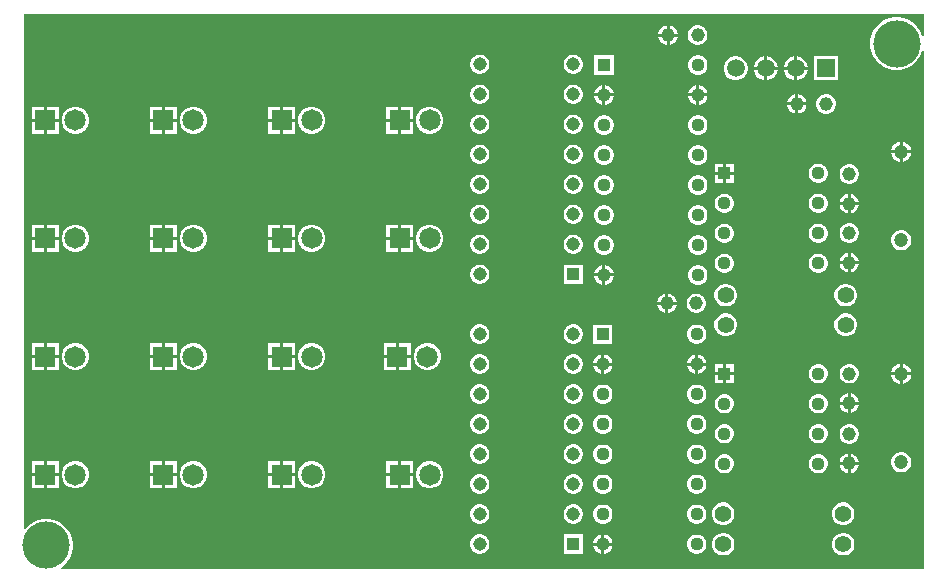
<source format=gbl>
G04*
G04 #@! TF.GenerationSoftware,Altium Limited,Altium Designer,22.8.2 (66)*
G04*
G04 Layer_Physical_Order=2*
G04 Layer_Color=16711680*
%FSLAX25Y25*%
%MOIN*%
G70*
G04*
G04 #@! TF.SameCoordinates,5B850A69-A84A-478A-A9FA-D5DC90572E9C*
G04*
G04*
G04 #@! TF.FilePolarity,Positive*
G04*
G01*
G75*
%ADD27C,0.15748*%
%ADD28C,0.05937*%
%ADD29R,0.05937X0.05937*%
%ADD30C,0.04449*%
%ADD31R,0.04449X0.04449*%
%ADD32C,0.05512*%
%ADD33C,0.04528*%
%ADD34C,0.04724*%
%ADD35R,0.04488X0.04488*%
%ADD36C,0.04488*%
%ADD37R,0.07146X0.07146*%
%ADD38C,0.07146*%
G36*
X505118Y370637D02*
X504618Y370587D01*
X504596Y370699D01*
X503927Y372314D01*
X502956Y373767D01*
X501720Y375003D01*
X500266Y375974D01*
X498651Y376643D01*
X496937Y376984D01*
X495189D01*
X493474Y376643D01*
X491860Y375974D01*
X490406Y375003D01*
X489170Y373767D01*
X488199Y372314D01*
X487530Y370699D01*
X487189Y368984D01*
Y367236D01*
X487530Y365522D01*
X488199Y363907D01*
X489170Y362453D01*
X490406Y361217D01*
X491860Y360246D01*
X493474Y359577D01*
X495189Y359236D01*
X496937D01*
X498651Y359577D01*
X500266Y360246D01*
X501720Y361217D01*
X502956Y362453D01*
X503927Y363907D01*
X504596Y365522D01*
X504618Y365633D01*
X505118Y365584D01*
Y192913D01*
X217687D01*
X217535Y193413D01*
X218255Y193895D01*
X219491Y195131D01*
X220462Y196584D01*
X221131Y198199D01*
X221472Y199913D01*
Y201661D01*
X221131Y203376D01*
X220462Y204991D01*
X219491Y206444D01*
X218255Y207680D01*
X216802Y208651D01*
X215187Y209320D01*
X213472Y209661D01*
X211724D01*
X210010Y209320D01*
X208395Y208651D01*
X206942Y207680D01*
X205705Y206444D01*
X205597Y206281D01*
X205118Y206426D01*
Y377953D01*
X505118D01*
Y370637D01*
D02*
G37*
%LPC*%
G36*
X420382Y374111D02*
Y371366D01*
X423127D01*
X422923Y372126D01*
X422494Y372870D01*
X421886Y373478D01*
X421142Y373908D01*
X420382Y374111D01*
D02*
G37*
G36*
X419382D02*
X418622Y373908D01*
X417878Y373478D01*
X417270Y372870D01*
X416840Y372126D01*
X416637Y371366D01*
X419382D01*
Y374111D01*
D02*
G37*
G36*
X423127Y370366D02*
X420382D01*
Y367621D01*
X421142Y367825D01*
X421886Y368254D01*
X422494Y368862D01*
X422923Y369606D01*
X423127Y370366D01*
D02*
G37*
G36*
X419382D02*
X416637D01*
X416840Y369606D01*
X417270Y368862D01*
X417878Y368254D01*
X418622Y367825D01*
X419382Y367621D01*
Y370366D01*
D02*
G37*
G36*
X430154Y374130D02*
X429295D01*
X428465Y373908D01*
X427720Y373478D01*
X427113Y372870D01*
X426683Y372126D01*
X426461Y371296D01*
Y370437D01*
X426683Y369606D01*
X427113Y368862D01*
X427720Y368254D01*
X428465Y367825D01*
X429295Y367602D01*
X430154D01*
X430984Y367825D01*
X431728Y368254D01*
X432336Y368862D01*
X432766Y369606D01*
X432988Y370437D01*
Y371296D01*
X432766Y372126D01*
X432336Y372870D01*
X431728Y373478D01*
X430984Y373908D01*
X430154Y374130D01*
D02*
G37*
G36*
X462939Y363830D02*
X462917D01*
Y360362D01*
X466385D01*
Y360384D01*
X466115Y361393D01*
X465592Y362298D01*
X464853Y363037D01*
X463948Y363560D01*
X462939Y363830D01*
D02*
G37*
G36*
X452939D02*
X452917D01*
Y360362D01*
X456385D01*
Y360384D01*
X456115Y361393D01*
X455592Y362298D01*
X454853Y363037D01*
X453948Y363560D01*
X452939Y363830D01*
D02*
G37*
G36*
X461917D02*
X461894D01*
X460885Y363560D01*
X459980Y363037D01*
X459241Y362298D01*
X458718Y361393D01*
X458448Y360384D01*
Y360362D01*
X461917D01*
Y363830D01*
D02*
G37*
G36*
X451917D02*
X451894D01*
X450885Y363560D01*
X449980Y363037D01*
X449241Y362298D01*
X448719Y361393D01*
X448448Y360384D01*
Y360362D01*
X451917D01*
Y363830D01*
D02*
G37*
G36*
X388774Y364425D02*
X387919D01*
X387094Y364204D01*
X386355Y363777D01*
X385751Y363173D01*
X385324Y362433D01*
X385103Y361608D01*
Y360754D01*
X385324Y359929D01*
X385751Y359189D01*
X386355Y358585D01*
X387094Y358158D01*
X387919Y357937D01*
X388774D01*
X389599Y358158D01*
X390338Y358585D01*
X390943Y359189D01*
X391370Y359929D01*
X391591Y360754D01*
Y361608D01*
X391370Y362433D01*
X390943Y363173D01*
X390338Y363777D01*
X389599Y364204D01*
X388774Y364425D01*
D02*
G37*
G36*
X357514D02*
X356660D01*
X355834Y364204D01*
X355095Y363777D01*
X354491Y363173D01*
X354064Y362433D01*
X353842Y361608D01*
Y360754D01*
X354064Y359929D01*
X354491Y359189D01*
X355095Y358585D01*
X355834Y358158D01*
X356660Y357937D01*
X357514D01*
X358339Y358158D01*
X359079Y358585D01*
X359682Y359189D01*
X360110Y359929D01*
X360331Y360754D01*
Y361608D01*
X360110Y362433D01*
X359682Y363173D01*
X359079Y363777D01*
X358339Y364204D01*
X357514Y364425D01*
D02*
G37*
G36*
X430228Y364209D02*
X429379D01*
X428558Y363989D01*
X427823Y363565D01*
X427223Y362964D01*
X426798Y362229D01*
X426579Y361409D01*
Y360560D01*
X426798Y359740D01*
X427223Y359005D01*
X427823Y358404D01*
X428558Y357980D01*
X429379Y357760D01*
X430228D01*
X431048Y357980D01*
X431783Y358404D01*
X432383Y359005D01*
X432808Y359740D01*
X433027Y360560D01*
Y361409D01*
X432808Y362229D01*
X432383Y362964D01*
X431783Y363565D01*
X431048Y363989D01*
X430228Y364209D01*
D02*
G37*
G36*
X401767D02*
X395319D01*
Y357760D01*
X401767D01*
Y364209D01*
D02*
G37*
G36*
X476385Y363830D02*
X468448D01*
Y355893D01*
X476385D01*
Y363830D01*
D02*
G37*
G36*
X466385Y359362D02*
X462917D01*
Y355893D01*
X462939D01*
X463948Y356164D01*
X464853Y356686D01*
X465592Y357425D01*
X466115Y358330D01*
X466385Y359339D01*
Y359362D01*
D02*
G37*
G36*
X461917D02*
X458448D01*
Y359339D01*
X458718Y358330D01*
X459241Y357425D01*
X459980Y356686D01*
X460885Y356164D01*
X461894Y355893D01*
X461917D01*
Y359362D01*
D02*
G37*
G36*
X456385D02*
X452917D01*
Y355893D01*
X452939D01*
X453948Y356164D01*
X454853Y356686D01*
X455592Y357425D01*
X456115Y358330D01*
X456385Y359339D01*
Y359362D01*
D02*
G37*
G36*
X451917D02*
X448448D01*
Y359339D01*
X448719Y358330D01*
X449241Y357425D01*
X449980Y356686D01*
X450885Y356164D01*
X451894Y355893D01*
X451917D01*
Y359362D01*
D02*
G37*
G36*
X442939Y363830D02*
X441894D01*
X440885Y363560D01*
X439980Y363037D01*
X439241Y362298D01*
X438719Y361393D01*
X438448Y360384D01*
Y359339D01*
X438719Y358330D01*
X439241Y357425D01*
X439980Y356686D01*
X440885Y356164D01*
X441894Y355893D01*
X442939D01*
X443948Y356164D01*
X444853Y356686D01*
X445592Y357425D01*
X446115Y358330D01*
X446385Y359339D01*
Y360384D01*
X446115Y361393D01*
X445592Y362298D01*
X444853Y363037D01*
X443948Y363560D01*
X442939Y363830D01*
D02*
G37*
G36*
X430303Y354189D02*
Y351484D01*
X433007D01*
X432808Y352229D01*
X432383Y352964D01*
X431783Y353565D01*
X431048Y353989D01*
X430303Y354189D01*
D02*
G37*
G36*
X429303D02*
X428558Y353989D01*
X427823Y353565D01*
X427223Y352964D01*
X426798Y352229D01*
X426599Y351484D01*
X429303D01*
Y354189D01*
D02*
G37*
G36*
X399043D02*
Y351484D01*
X401747D01*
X401548Y352229D01*
X401123Y352964D01*
X400523Y353565D01*
X399788Y353989D01*
X399043Y354189D01*
D02*
G37*
G36*
X398043D02*
X397298Y353989D01*
X396563Y353565D01*
X395963Y352964D01*
X395538Y352229D01*
X395339Y351484D01*
X398043D01*
Y354189D01*
D02*
G37*
G36*
X463295Y351277D02*
Y348532D01*
X466040D01*
X465836Y349292D01*
X465407Y350036D01*
X464799Y350643D01*
X464055Y351073D01*
X463295Y351277D01*
D02*
G37*
G36*
X462295D02*
X461535Y351073D01*
X460791Y350643D01*
X460183Y350036D01*
X459754Y349292D01*
X459550Y348532D01*
X462295D01*
Y351277D01*
D02*
G37*
G36*
X388774Y354425D02*
X387919D01*
X387094Y354204D01*
X386355Y353777D01*
X385751Y353173D01*
X385324Y352433D01*
X385103Y351608D01*
Y350754D01*
X385324Y349929D01*
X385751Y349189D01*
X386355Y348585D01*
X387094Y348158D01*
X387919Y347937D01*
X388774D01*
X389599Y348158D01*
X390338Y348585D01*
X390943Y349189D01*
X391370Y349929D01*
X391591Y350754D01*
Y351608D01*
X391370Y352433D01*
X390943Y353173D01*
X390338Y353777D01*
X389599Y354204D01*
X388774Y354425D01*
D02*
G37*
G36*
X357514D02*
X356660D01*
X355834Y354204D01*
X355095Y353777D01*
X354491Y353173D01*
X354064Y352433D01*
X353842Y351608D01*
Y350754D01*
X354064Y349929D01*
X354491Y349189D01*
X355095Y348585D01*
X355834Y348158D01*
X356660Y347937D01*
X357514D01*
X358339Y348158D01*
X359079Y348585D01*
X359682Y349189D01*
X360110Y349929D01*
X360331Y350754D01*
Y351608D01*
X360110Y352433D01*
X359682Y353173D01*
X359079Y353777D01*
X358339Y354204D01*
X357514Y354425D01*
D02*
G37*
G36*
X433007Y350484D02*
X430303D01*
Y347780D01*
X431048Y347980D01*
X431783Y348404D01*
X432383Y349005D01*
X432808Y349740D01*
X433007Y350484D01*
D02*
G37*
G36*
X429303D02*
X426599D01*
X426798Y349740D01*
X427223Y349005D01*
X427823Y348404D01*
X428558Y347980D01*
X429303Y347780D01*
Y350484D01*
D02*
G37*
G36*
X401747D02*
X399043D01*
Y347780D01*
X399788Y347980D01*
X400523Y348404D01*
X401123Y349005D01*
X401548Y349740D01*
X401747Y350484D01*
D02*
G37*
G36*
X398043D02*
X395339D01*
X395538Y349740D01*
X395963Y349005D01*
X396563Y348404D01*
X397298Y347980D01*
X398043Y347780D01*
Y350484D01*
D02*
G37*
G36*
X466040Y347532D02*
X463295D01*
Y344787D01*
X464055Y344990D01*
X464799Y345420D01*
X465407Y346028D01*
X465836Y346772D01*
X466040Y347532D01*
D02*
G37*
G36*
X462295D02*
X459550D01*
X459754Y346772D01*
X460183Y346028D01*
X460791Y345420D01*
X461535Y344990D01*
X462295Y344787D01*
Y347532D01*
D02*
G37*
G36*
X473067Y351296D02*
X472208D01*
X471378Y351073D01*
X470634Y350643D01*
X470026Y350036D01*
X469596Y349292D01*
X469374Y348462D01*
Y347602D01*
X469596Y346772D01*
X470026Y346028D01*
X470634Y345420D01*
X471378Y344990D01*
X472208Y344768D01*
X473067D01*
X473897Y344990D01*
X474642Y345420D01*
X475249Y346028D01*
X475679Y346772D01*
X475901Y347602D01*
Y348462D01*
X475679Y349292D01*
X475249Y350036D01*
X474642Y350643D01*
X473897Y351073D01*
X473067Y351296D01*
D02*
G37*
G36*
X335006Y347092D02*
X330933D01*
Y343020D01*
X335006D01*
Y347092D01*
D02*
G37*
G36*
X329933D02*
X325860D01*
Y343020D01*
X329933D01*
Y347092D01*
D02*
G37*
G36*
X295636D02*
X291563D01*
Y343020D01*
X295636D01*
Y347092D01*
D02*
G37*
G36*
X290563D02*
X286490D01*
Y343020D01*
X290563D01*
Y347092D01*
D02*
G37*
G36*
X256266D02*
X252193D01*
Y343020D01*
X256266D01*
Y347092D01*
D02*
G37*
G36*
X251193D02*
X247120D01*
Y343020D01*
X251193D01*
Y347092D01*
D02*
G37*
G36*
X216896D02*
X212823D01*
Y343020D01*
X216896D01*
Y347092D01*
D02*
G37*
G36*
X211823D02*
X207750D01*
Y343020D01*
X211823D01*
Y347092D01*
D02*
G37*
G36*
X341035D02*
X339831D01*
X338668Y346781D01*
X337625Y346179D01*
X336774Y345327D01*
X336172Y344285D01*
X335860Y343122D01*
Y341918D01*
X336172Y340755D01*
X336774Y339712D01*
X337625Y338860D01*
X338668Y338258D01*
X339831Y337947D01*
X341035D01*
X342198Y338258D01*
X343241Y338860D01*
X344092Y339712D01*
X344694Y340755D01*
X345006Y341918D01*
Y343122D01*
X344694Y344285D01*
X344092Y345327D01*
X343241Y346179D01*
X342198Y346781D01*
X341035Y347092D01*
D02*
G37*
G36*
X335006Y342020D02*
X330933D01*
Y337947D01*
X335006D01*
Y342020D01*
D02*
G37*
G36*
X329933D02*
X325860D01*
Y337947D01*
X329933D01*
Y342020D01*
D02*
G37*
G36*
X301665Y347092D02*
X300461D01*
X299298Y346781D01*
X298255Y346179D01*
X297404Y345327D01*
X296802Y344285D01*
X296490Y343122D01*
Y341918D01*
X296802Y340755D01*
X297404Y339712D01*
X298255Y338860D01*
X299298Y338258D01*
X300461Y337947D01*
X301665D01*
X302828Y338258D01*
X303871Y338860D01*
X304722Y339712D01*
X305324Y340755D01*
X305636Y341918D01*
Y343122D01*
X305324Y344285D01*
X304722Y345327D01*
X303871Y346179D01*
X302828Y346781D01*
X301665Y347092D01*
D02*
G37*
G36*
X295636Y342020D02*
X291563D01*
Y337947D01*
X295636D01*
Y342020D01*
D02*
G37*
G36*
X290563D02*
X286490D01*
Y337947D01*
X290563D01*
Y342020D01*
D02*
G37*
G36*
X262295Y347092D02*
X261091D01*
X259928Y346781D01*
X258885Y346179D01*
X258034Y345327D01*
X257432Y344285D01*
X257120Y343122D01*
Y341918D01*
X257432Y340755D01*
X258034Y339712D01*
X258885Y338860D01*
X259928Y338258D01*
X261091Y337947D01*
X262295D01*
X263458Y338258D01*
X264501Y338860D01*
X265352Y339712D01*
X265954Y340755D01*
X266266Y341918D01*
Y343122D01*
X265954Y344285D01*
X265352Y345327D01*
X264501Y346179D01*
X263458Y346781D01*
X262295Y347092D01*
D02*
G37*
G36*
X256266Y342020D02*
X252193D01*
Y337947D01*
X256266D01*
Y342020D01*
D02*
G37*
G36*
X251193D02*
X247120D01*
Y337947D01*
X251193D01*
Y342020D01*
D02*
G37*
G36*
X222925Y347092D02*
X221721D01*
X220558Y346781D01*
X219515Y346179D01*
X218664Y345327D01*
X218062Y344285D01*
X217750Y343122D01*
Y341918D01*
X218062Y340755D01*
X218664Y339712D01*
X219515Y338860D01*
X220558Y338258D01*
X221721Y337947D01*
X222925D01*
X224088Y338258D01*
X225131Y338860D01*
X225982Y339712D01*
X226584Y340755D01*
X226896Y341918D01*
Y343122D01*
X226584Y344285D01*
X225982Y345327D01*
X225131Y346179D01*
X224088Y346781D01*
X222925Y347092D01*
D02*
G37*
G36*
X216896Y342020D02*
X212823D01*
Y337947D01*
X216896D01*
Y342020D01*
D02*
G37*
G36*
X211823D02*
X207750D01*
Y337947D01*
X211823D01*
Y342020D01*
D02*
G37*
G36*
X388774Y344425D02*
X387919D01*
X387094Y344204D01*
X386355Y343777D01*
X385751Y343173D01*
X385324Y342433D01*
X385103Y341608D01*
Y340754D01*
X385324Y339929D01*
X385751Y339189D01*
X386355Y338585D01*
X387094Y338158D01*
X387919Y337937D01*
X388774D01*
X389599Y338158D01*
X390338Y338585D01*
X390943Y339189D01*
X391370Y339929D01*
X391591Y340754D01*
Y341608D01*
X391370Y342433D01*
X390943Y343173D01*
X390338Y343777D01*
X389599Y344204D01*
X388774Y344425D01*
D02*
G37*
G36*
X357514D02*
X356660D01*
X355834Y344204D01*
X355095Y343777D01*
X354491Y343173D01*
X354064Y342433D01*
X353842Y341608D01*
Y340754D01*
X354064Y339929D01*
X354491Y339189D01*
X355095Y338585D01*
X355834Y338158D01*
X356660Y337937D01*
X357514D01*
X358339Y338158D01*
X359079Y338585D01*
X359682Y339189D01*
X360110Y339929D01*
X360331Y340754D01*
Y341608D01*
X360110Y342433D01*
X359682Y343173D01*
X359079Y343777D01*
X358339Y344204D01*
X357514Y344425D01*
D02*
G37*
G36*
X430228Y344209D02*
X429379D01*
X428558Y343989D01*
X427823Y343565D01*
X427223Y342964D01*
X426798Y342229D01*
X426579Y341409D01*
Y340560D01*
X426798Y339740D01*
X427223Y339005D01*
X427823Y338404D01*
X428558Y337980D01*
X429379Y337760D01*
X430228D01*
X431048Y337980D01*
X431783Y338404D01*
X432383Y339005D01*
X432808Y339740D01*
X433027Y340560D01*
Y341409D01*
X432808Y342229D01*
X432383Y342964D01*
X431783Y343565D01*
X431048Y343989D01*
X430228Y344209D01*
D02*
G37*
G36*
X398968D02*
X398118D01*
X397298Y343989D01*
X396563Y343565D01*
X395963Y342964D01*
X395538Y342229D01*
X395319Y341409D01*
Y340560D01*
X395538Y339740D01*
X395963Y339005D01*
X396563Y338404D01*
X397298Y337980D01*
X398118Y337760D01*
X398968D01*
X399788Y337980D01*
X400523Y338404D01*
X401123Y339005D01*
X401548Y339740D01*
X401767Y340560D01*
Y341409D01*
X401548Y342229D01*
X401123Y342964D01*
X400523Y343565D01*
X399788Y343989D01*
X398968Y344209D01*
D02*
G37*
G36*
X498138Y335433D02*
Y332587D01*
X500984D01*
X500771Y333384D01*
X500328Y334151D01*
X499702Y334777D01*
X498935Y335220D01*
X498138Y335433D01*
D02*
G37*
G36*
X497138D02*
X496340Y335220D01*
X495573Y334777D01*
X494947Y334151D01*
X494504Y333384D01*
X494291Y332587D01*
X497138D01*
Y335433D01*
D02*
G37*
G36*
X500984Y331587D02*
X498138D01*
Y328740D01*
X498935Y328954D01*
X499702Y329396D01*
X500328Y330022D01*
X500771Y330789D01*
X500984Y331587D01*
D02*
G37*
G36*
X497138D02*
X494291D01*
X494504Y330789D01*
X494947Y330022D01*
X495573Y329396D01*
X496340Y328954D01*
X497138Y328740D01*
Y331587D01*
D02*
G37*
G36*
X388774Y334425D02*
X387919D01*
X387094Y334204D01*
X386355Y333777D01*
X385751Y333173D01*
X385324Y332433D01*
X385103Y331608D01*
Y330754D01*
X385324Y329929D01*
X385751Y329189D01*
X386355Y328585D01*
X387094Y328158D01*
X387919Y327937D01*
X388774D01*
X389599Y328158D01*
X390338Y328585D01*
X390943Y329189D01*
X391370Y329929D01*
X391591Y330754D01*
Y331608D01*
X391370Y332433D01*
X390943Y333173D01*
X390338Y333777D01*
X389599Y334204D01*
X388774Y334425D01*
D02*
G37*
G36*
X357514D02*
X356660D01*
X355834Y334204D01*
X355095Y333777D01*
X354491Y333173D01*
X354064Y332433D01*
X353842Y331608D01*
Y330754D01*
X354064Y329929D01*
X354491Y329189D01*
X355095Y328585D01*
X355834Y328158D01*
X356660Y327937D01*
X357514D01*
X358339Y328158D01*
X359079Y328585D01*
X359682Y329189D01*
X360110Y329929D01*
X360331Y330754D01*
Y331608D01*
X360110Y332433D01*
X359682Y333173D01*
X359079Y333777D01*
X358339Y334204D01*
X357514Y334425D01*
D02*
G37*
G36*
X430228Y334209D02*
X429379D01*
X428558Y333989D01*
X427823Y333565D01*
X427223Y332964D01*
X426798Y332229D01*
X426579Y331409D01*
Y330560D01*
X426798Y329740D01*
X427223Y329005D01*
X427823Y328404D01*
X428558Y327980D01*
X429379Y327760D01*
X430228D01*
X431048Y327980D01*
X431783Y328404D01*
X432383Y329005D01*
X432808Y329740D01*
X433027Y330560D01*
Y331409D01*
X432808Y332229D01*
X432383Y332964D01*
X431783Y333565D01*
X431048Y333989D01*
X430228Y334209D01*
D02*
G37*
G36*
X398968D02*
X398118D01*
X397298Y333989D01*
X396563Y333565D01*
X395963Y332964D01*
X395538Y332229D01*
X395319Y331409D01*
Y330560D01*
X395538Y329740D01*
X395963Y329005D01*
X396563Y328404D01*
X397298Y327980D01*
X398118Y327760D01*
X398968D01*
X399788Y327980D01*
X400523Y328404D01*
X401123Y329005D01*
X401548Y329740D01*
X401767Y330560D01*
Y331409D01*
X401548Y332229D01*
X401123Y332964D01*
X400523Y333565D01*
X399788Y333989D01*
X398968Y334209D01*
D02*
G37*
G36*
X441925Y328067D02*
X439201D01*
Y325343D01*
X441925D01*
Y328067D01*
D02*
G37*
G36*
X438201D02*
X435477D01*
Y325343D01*
X438201D01*
Y328067D01*
D02*
G37*
G36*
X470385D02*
X469536D01*
X468716Y327847D01*
X467981Y327423D01*
X467381Y326822D01*
X466956Y326087D01*
X466736Y325267D01*
Y324418D01*
X466956Y323598D01*
X467381Y322863D01*
X467981Y322262D01*
X468716Y321838D01*
X469536Y321618D01*
X470385D01*
X471205Y321838D01*
X471941Y322262D01*
X472541Y322863D01*
X472965Y323598D01*
X473185Y324418D01*
Y325267D01*
X472965Y326087D01*
X472541Y326822D01*
X471941Y327423D01*
X471205Y327847D01*
X470385Y328067D01*
D02*
G37*
G36*
X441925Y324343D02*
X439201D01*
Y321618D01*
X441925D01*
Y324343D01*
D02*
G37*
G36*
X438201D02*
X435477D01*
Y321618D01*
X438201D01*
Y324343D01*
D02*
G37*
G36*
X480745Y327870D02*
X479885D01*
X479055Y327648D01*
X478311Y327218D01*
X477703Y326610D01*
X477274Y325866D01*
X477051Y325036D01*
Y324177D01*
X477274Y323346D01*
X477703Y322602D01*
X478311Y321994D01*
X479055Y321565D01*
X479885Y321342D01*
X480745D01*
X481575Y321565D01*
X482319Y321994D01*
X482927Y322602D01*
X483356Y323346D01*
X483579Y324177D01*
Y325036D01*
X483356Y325866D01*
X482927Y326610D01*
X482319Y327218D01*
X481575Y327648D01*
X480745Y327870D01*
D02*
G37*
G36*
X388774Y324425D02*
X387919D01*
X387094Y324204D01*
X386355Y323777D01*
X385751Y323173D01*
X385324Y322433D01*
X385103Y321608D01*
Y320754D01*
X385324Y319929D01*
X385751Y319189D01*
X386355Y318585D01*
X387094Y318158D01*
X387919Y317937D01*
X388774D01*
X389599Y318158D01*
X390338Y318585D01*
X390943Y319189D01*
X391370Y319929D01*
X391591Y320754D01*
Y321608D01*
X391370Y322433D01*
X390943Y323173D01*
X390338Y323777D01*
X389599Y324204D01*
X388774Y324425D01*
D02*
G37*
G36*
X357514D02*
X356660D01*
X355834Y324204D01*
X355095Y323777D01*
X354491Y323173D01*
X354064Y322433D01*
X353842Y321608D01*
Y320754D01*
X354064Y319929D01*
X354491Y319189D01*
X355095Y318585D01*
X355834Y318158D01*
X356660Y317937D01*
X357514D01*
X358339Y318158D01*
X359079Y318585D01*
X359682Y319189D01*
X360110Y319929D01*
X360331Y320754D01*
Y321608D01*
X360110Y322433D01*
X359682Y323173D01*
X359079Y323777D01*
X358339Y324204D01*
X357514Y324425D01*
D02*
G37*
G36*
X430228Y324209D02*
X429379D01*
X428558Y323989D01*
X427823Y323565D01*
X427223Y322964D01*
X426798Y322229D01*
X426579Y321409D01*
Y320560D01*
X426798Y319740D01*
X427223Y319005D01*
X427823Y318404D01*
X428558Y317980D01*
X429379Y317760D01*
X430228D01*
X431048Y317980D01*
X431783Y318404D01*
X432383Y319005D01*
X432808Y319740D01*
X433027Y320560D01*
Y321409D01*
X432808Y322229D01*
X432383Y322964D01*
X431783Y323565D01*
X431048Y323989D01*
X430228Y324209D01*
D02*
G37*
G36*
X398968D02*
X398118D01*
X397298Y323989D01*
X396563Y323565D01*
X395963Y322964D01*
X395538Y322229D01*
X395319Y321409D01*
Y320560D01*
X395538Y319740D01*
X395963Y319005D01*
X396563Y318404D01*
X397298Y317980D01*
X398118Y317760D01*
X398968D01*
X399788Y317980D01*
X400523Y318404D01*
X401123Y319005D01*
X401548Y319740D01*
X401767Y320560D01*
Y321409D01*
X401548Y322229D01*
X401123Y322964D01*
X400523Y323565D01*
X399788Y323989D01*
X398968Y324209D01*
D02*
G37*
G36*
X480815Y318008D02*
Y315264D01*
X483560D01*
X483356Y316023D01*
X482927Y316768D01*
X482319Y317375D01*
X481575Y317805D01*
X480815Y318008D01*
D02*
G37*
G36*
X479815D02*
X479055Y317805D01*
X478311Y317375D01*
X477703Y316768D01*
X477274Y316023D01*
X477070Y315264D01*
X479815D01*
Y318008D01*
D02*
G37*
G36*
X470385Y318067D02*
X469536D01*
X468716Y317847D01*
X467981Y317423D01*
X467381Y316822D01*
X466956Y316087D01*
X466736Y315267D01*
Y314418D01*
X466956Y313598D01*
X467381Y312863D01*
X467981Y312262D01*
X468716Y311838D01*
X469536Y311618D01*
X470385D01*
X471205Y311838D01*
X471941Y312262D01*
X472541Y312863D01*
X472965Y313598D01*
X473185Y314418D01*
Y315267D01*
X472965Y316087D01*
X472541Y316822D01*
X471941Y317423D01*
X471205Y317847D01*
X470385Y318067D01*
D02*
G37*
G36*
X439125D02*
X438276D01*
X437456Y317847D01*
X436721Y317423D01*
X436121Y316822D01*
X435696Y316087D01*
X435477Y315267D01*
Y314418D01*
X435696Y313598D01*
X436121Y312863D01*
X436721Y312262D01*
X437456Y311838D01*
X438276Y311618D01*
X439125D01*
X439946Y311838D01*
X440681Y312262D01*
X441281Y312863D01*
X441706Y313598D01*
X441925Y314418D01*
Y315267D01*
X441706Y316087D01*
X441281Y316822D01*
X440681Y317423D01*
X439946Y317847D01*
X439125Y318067D01*
D02*
G37*
G36*
X483560Y314264D02*
X480815D01*
Y311519D01*
X481575Y311722D01*
X482319Y312152D01*
X482927Y312760D01*
X483356Y313504D01*
X483560Y314264D01*
D02*
G37*
G36*
X479815D02*
X477070D01*
X477274Y313504D01*
X477703Y312760D01*
X478311Y312152D01*
X479055Y311722D01*
X479815Y311519D01*
Y314264D01*
D02*
G37*
G36*
X388774Y314425D02*
X387919D01*
X387094Y314204D01*
X386355Y313777D01*
X385751Y313173D01*
X385324Y312433D01*
X385103Y311608D01*
Y310754D01*
X385324Y309929D01*
X385751Y309189D01*
X386355Y308585D01*
X387094Y308158D01*
X387919Y307937D01*
X388774D01*
X389599Y308158D01*
X390338Y308585D01*
X390943Y309189D01*
X391370Y309929D01*
X391591Y310754D01*
Y311608D01*
X391370Y312433D01*
X390943Y313173D01*
X390338Y313777D01*
X389599Y314204D01*
X388774Y314425D01*
D02*
G37*
G36*
X357514D02*
X356660D01*
X355834Y314204D01*
X355095Y313777D01*
X354491Y313173D01*
X354064Y312433D01*
X353842Y311608D01*
Y310754D01*
X354064Y309929D01*
X354491Y309189D01*
X355095Y308585D01*
X355834Y308158D01*
X356660Y307937D01*
X357514D01*
X358339Y308158D01*
X359079Y308585D01*
X359682Y309189D01*
X360110Y309929D01*
X360331Y310754D01*
Y311608D01*
X360110Y312433D01*
X359682Y313173D01*
X359079Y313777D01*
X358339Y314204D01*
X357514Y314425D01*
D02*
G37*
G36*
X430228Y314209D02*
X429379D01*
X428558Y313989D01*
X427823Y313565D01*
X427223Y312964D01*
X426798Y312229D01*
X426579Y311409D01*
Y310560D01*
X426798Y309740D01*
X427223Y309005D01*
X427823Y308404D01*
X428558Y307980D01*
X429379Y307760D01*
X430228D01*
X431048Y307980D01*
X431783Y308404D01*
X432383Y309005D01*
X432808Y309740D01*
X433027Y310560D01*
Y311409D01*
X432808Y312229D01*
X432383Y312964D01*
X431783Y313565D01*
X431048Y313989D01*
X430228Y314209D01*
D02*
G37*
G36*
X398968D02*
X398118D01*
X397298Y313989D01*
X396563Y313565D01*
X395963Y312964D01*
X395538Y312229D01*
X395319Y311409D01*
Y310560D01*
X395538Y309740D01*
X395963Y309005D01*
X396563Y308404D01*
X397298Y307980D01*
X398118Y307760D01*
X398968D01*
X399788Y307980D01*
X400523Y308404D01*
X401123Y309005D01*
X401548Y309740D01*
X401767Y310560D01*
Y311409D01*
X401548Y312229D01*
X401123Y312964D01*
X400523Y313565D01*
X399788Y313989D01*
X398968Y314209D01*
D02*
G37*
G36*
X335006Y307722D02*
X330933D01*
Y303650D01*
X335006D01*
Y307722D01*
D02*
G37*
G36*
X329933D02*
X325860D01*
Y303650D01*
X329933D01*
Y307722D01*
D02*
G37*
G36*
X295636D02*
X291563D01*
Y303650D01*
X295636D01*
Y307722D01*
D02*
G37*
G36*
X290563D02*
X286490D01*
Y303650D01*
X290563D01*
Y307722D01*
D02*
G37*
G36*
X256266D02*
X252193D01*
Y303650D01*
X256266D01*
Y307722D01*
D02*
G37*
G36*
X251193D02*
X247120D01*
Y303650D01*
X251193D01*
Y307722D01*
D02*
G37*
G36*
X216896D02*
X212823D01*
Y303650D01*
X216896D01*
Y307722D01*
D02*
G37*
G36*
X211823D02*
X207750D01*
Y303650D01*
X211823D01*
Y307722D01*
D02*
G37*
G36*
X480745Y308185D02*
X479885D01*
X479055Y307963D01*
X478311Y307533D01*
X477703Y306925D01*
X477274Y306181D01*
X477051Y305351D01*
Y304492D01*
X477274Y303662D01*
X477703Y302917D01*
X478311Y302310D01*
X479055Y301880D01*
X479885Y301658D01*
X480745D01*
X481575Y301880D01*
X482319Y302310D01*
X482927Y302917D01*
X483356Y303662D01*
X483579Y304492D01*
Y305351D01*
X483356Y306181D01*
X482927Y306925D01*
X482319Y307533D01*
X481575Y307963D01*
X480745Y308185D01*
D02*
G37*
G36*
X470385Y308067D02*
X469536D01*
X468716Y307847D01*
X467981Y307423D01*
X467381Y306822D01*
X466956Y306087D01*
X466736Y305267D01*
Y304418D01*
X466956Y303598D01*
X467381Y302863D01*
X467981Y302262D01*
X468716Y301838D01*
X469536Y301618D01*
X470385D01*
X471205Y301838D01*
X471941Y302262D01*
X472541Y302863D01*
X472965Y303598D01*
X473185Y304418D01*
Y305267D01*
X472965Y306087D01*
X472541Y306822D01*
X471941Y307423D01*
X471205Y307847D01*
X470385Y308067D01*
D02*
G37*
G36*
X439125D02*
X438276D01*
X437456Y307847D01*
X436721Y307423D01*
X436121Y306822D01*
X435696Y306087D01*
X435477Y305267D01*
Y304418D01*
X435696Y303598D01*
X436121Y302863D01*
X436721Y302262D01*
X437456Y301838D01*
X438276Y301618D01*
X439125D01*
X439946Y301838D01*
X440681Y302262D01*
X441281Y302863D01*
X441706Y303598D01*
X441925Y304418D01*
Y305267D01*
X441706Y306087D01*
X441281Y306822D01*
X440681Y307423D01*
X439946Y307847D01*
X439125Y308067D01*
D02*
G37*
G36*
X498080Y305921D02*
X497195D01*
X496340Y305692D01*
X495573Y305249D01*
X494947Y304623D01*
X494504Y303857D01*
X494275Y303002D01*
Y302116D01*
X494504Y301261D01*
X494947Y300495D01*
X495573Y299869D01*
X496340Y299426D01*
X497195Y299197D01*
X498080D01*
X498935Y299426D01*
X499702Y299869D01*
X500328Y300495D01*
X500771Y301261D01*
X501000Y302116D01*
Y303002D01*
X500771Y303857D01*
X500328Y304623D01*
X499702Y305249D01*
X498935Y305692D01*
X498080Y305921D01*
D02*
G37*
G36*
X341035Y307722D02*
X339831D01*
X338668Y307411D01*
X337625Y306809D01*
X336774Y305957D01*
X336172Y304915D01*
X335860Y303752D01*
Y302548D01*
X336172Y301384D01*
X336774Y300342D01*
X337625Y299490D01*
X338668Y298888D01*
X339831Y298577D01*
X341035D01*
X342198Y298888D01*
X343241Y299490D01*
X344092Y300342D01*
X344694Y301384D01*
X345006Y302548D01*
Y303752D01*
X344694Y304915D01*
X344092Y305957D01*
X343241Y306809D01*
X342198Y307411D01*
X341035Y307722D01*
D02*
G37*
G36*
X335006Y302650D02*
X330933D01*
Y298577D01*
X335006D01*
Y302650D01*
D02*
G37*
G36*
X329933D02*
X325860D01*
Y298577D01*
X329933D01*
Y302650D01*
D02*
G37*
G36*
X301665Y307722D02*
X300461D01*
X299298Y307411D01*
X298255Y306809D01*
X297404Y305957D01*
X296802Y304915D01*
X296490Y303752D01*
Y302548D01*
X296802Y301384D01*
X297404Y300342D01*
X298255Y299490D01*
X299298Y298888D01*
X300461Y298577D01*
X301665D01*
X302828Y298888D01*
X303871Y299490D01*
X304722Y300342D01*
X305324Y301384D01*
X305636Y302548D01*
Y303752D01*
X305324Y304915D01*
X304722Y305957D01*
X303871Y306809D01*
X302828Y307411D01*
X301665Y307722D01*
D02*
G37*
G36*
X295636Y302650D02*
X291563D01*
Y298577D01*
X295636D01*
Y302650D01*
D02*
G37*
G36*
X290563D02*
X286490D01*
Y298577D01*
X290563D01*
Y302650D01*
D02*
G37*
G36*
X262295Y307722D02*
X261091D01*
X259928Y307411D01*
X258885Y306809D01*
X258034Y305957D01*
X257432Y304915D01*
X257120Y303752D01*
Y302548D01*
X257432Y301384D01*
X258034Y300342D01*
X258885Y299490D01*
X259928Y298888D01*
X261091Y298577D01*
X262295D01*
X263458Y298888D01*
X264501Y299490D01*
X265352Y300342D01*
X265954Y301384D01*
X266266Y302548D01*
Y303752D01*
X265954Y304915D01*
X265352Y305957D01*
X264501Y306809D01*
X263458Y307411D01*
X262295Y307722D01*
D02*
G37*
G36*
X256266Y302650D02*
X252193D01*
Y298577D01*
X256266D01*
Y302650D01*
D02*
G37*
G36*
X251193D02*
X247120D01*
Y298577D01*
X251193D01*
Y302650D01*
D02*
G37*
G36*
X222925Y307722D02*
X221721D01*
X220558Y307411D01*
X219515Y306809D01*
X218664Y305957D01*
X218062Y304915D01*
X217750Y303752D01*
Y302548D01*
X218062Y301384D01*
X218664Y300342D01*
X219515Y299490D01*
X220558Y298888D01*
X221721Y298577D01*
X222925D01*
X224088Y298888D01*
X225131Y299490D01*
X225982Y300342D01*
X226584Y301384D01*
X226896Y302548D01*
Y303752D01*
X226584Y304915D01*
X225982Y305957D01*
X225131Y306809D01*
X224088Y307411D01*
X222925Y307722D01*
D02*
G37*
G36*
X216896Y302650D02*
X212823D01*
Y298577D01*
X216896D01*
Y302650D01*
D02*
G37*
G36*
X211823D02*
X207750D01*
Y298577D01*
X211823D01*
Y302650D01*
D02*
G37*
G36*
X388774Y304425D02*
X387919D01*
X387094Y304204D01*
X386355Y303777D01*
X385751Y303173D01*
X385324Y302433D01*
X385103Y301608D01*
Y300754D01*
X385324Y299929D01*
X385751Y299189D01*
X386355Y298585D01*
X387094Y298158D01*
X387919Y297937D01*
X388774D01*
X389599Y298158D01*
X390338Y298585D01*
X390943Y299189D01*
X391370Y299929D01*
X391591Y300754D01*
Y301608D01*
X391370Y302433D01*
X390943Y303173D01*
X390338Y303777D01*
X389599Y304204D01*
X388774Y304425D01*
D02*
G37*
G36*
X357514D02*
X356660D01*
X355834Y304204D01*
X355095Y303777D01*
X354491Y303173D01*
X354064Y302433D01*
X353842Y301608D01*
Y300754D01*
X354064Y299929D01*
X354491Y299189D01*
X355095Y298585D01*
X355834Y298158D01*
X356660Y297937D01*
X357514D01*
X358339Y298158D01*
X359079Y298585D01*
X359682Y299189D01*
X360110Y299929D01*
X360331Y300754D01*
Y301608D01*
X360110Y302433D01*
X359682Y303173D01*
X359079Y303777D01*
X358339Y304204D01*
X357514Y304425D01*
D02*
G37*
G36*
X430228Y304209D02*
X429379D01*
X428558Y303989D01*
X427823Y303565D01*
X427223Y302964D01*
X426798Y302229D01*
X426579Y301409D01*
Y300560D01*
X426798Y299740D01*
X427223Y299005D01*
X427823Y298404D01*
X428558Y297980D01*
X429379Y297760D01*
X430228D01*
X431048Y297980D01*
X431783Y298404D01*
X432383Y299005D01*
X432808Y299740D01*
X433027Y300560D01*
Y301409D01*
X432808Y302229D01*
X432383Y302964D01*
X431783Y303565D01*
X431048Y303989D01*
X430228Y304209D01*
D02*
G37*
G36*
X398968D02*
X398118D01*
X397298Y303989D01*
X396563Y303565D01*
X395963Y302964D01*
X395538Y302229D01*
X395319Y301409D01*
Y300560D01*
X395538Y299740D01*
X395963Y299005D01*
X396563Y298404D01*
X397298Y297980D01*
X398118Y297760D01*
X398968D01*
X399788Y297980D01*
X400523Y298404D01*
X401123Y299005D01*
X401548Y299740D01*
X401767Y300560D01*
Y301409D01*
X401548Y302229D01*
X401123Y302964D01*
X400523Y303565D01*
X399788Y303989D01*
X398968Y304209D01*
D02*
G37*
G36*
X480815Y298324D02*
Y295579D01*
X483560D01*
X483356Y296339D01*
X482927Y297083D01*
X482319Y297691D01*
X481575Y298120D01*
X480815Y298324D01*
D02*
G37*
G36*
X479815D02*
X479055Y298120D01*
X478311Y297691D01*
X477703Y297083D01*
X477274Y296339D01*
X477070Y295579D01*
X479815D01*
Y298324D01*
D02*
G37*
G36*
X483560Y294579D02*
X480815D01*
Y291834D01*
X481575Y292037D01*
X482319Y292467D01*
X482927Y293075D01*
X483356Y293819D01*
X483560Y294579D01*
D02*
G37*
G36*
X479815D02*
X477070D01*
X477274Y293819D01*
X477703Y293075D01*
X478311Y292467D01*
X479055Y292037D01*
X479815Y291834D01*
Y294579D01*
D02*
G37*
G36*
X470385Y298067D02*
X469536D01*
X468716Y297847D01*
X467981Y297423D01*
X467381Y296822D01*
X466956Y296087D01*
X466736Y295267D01*
Y294418D01*
X466956Y293598D01*
X467381Y292863D01*
X467981Y292262D01*
X468716Y291838D01*
X469536Y291618D01*
X470385D01*
X471205Y291838D01*
X471941Y292262D01*
X472541Y292863D01*
X472965Y293598D01*
X473185Y294418D01*
Y295267D01*
X472965Y296087D01*
X472541Y296822D01*
X471941Y297423D01*
X471205Y297847D01*
X470385Y298067D01*
D02*
G37*
G36*
X439125D02*
X438276D01*
X437456Y297847D01*
X436721Y297423D01*
X436121Y296822D01*
X435696Y296087D01*
X435477Y295267D01*
Y294418D01*
X435696Y293598D01*
X436121Y292863D01*
X436721Y292262D01*
X437456Y291838D01*
X438276Y291618D01*
X439125D01*
X439946Y291838D01*
X440681Y292262D01*
X441281Y292863D01*
X441706Y293598D01*
X441925Y294418D01*
Y295267D01*
X441706Y296087D01*
X441281Y296822D01*
X440681Y297423D01*
X439946Y297847D01*
X439125Y298067D01*
D02*
G37*
G36*
X399043Y294189D02*
Y291484D01*
X401747D01*
X401548Y292229D01*
X401123Y292964D01*
X400523Y293565D01*
X399788Y293989D01*
X399043Y294189D01*
D02*
G37*
G36*
X398043D02*
X397298Y293989D01*
X396563Y293565D01*
X395963Y292964D01*
X395538Y292229D01*
X395339Y291484D01*
X398043D01*
Y294189D01*
D02*
G37*
G36*
X391591Y294425D02*
X385103D01*
Y287937D01*
X391591D01*
Y294425D01*
D02*
G37*
G36*
X357514D02*
X356660D01*
X355834Y294204D01*
X355095Y293777D01*
X354491Y293173D01*
X354064Y292433D01*
X353842Y291608D01*
Y290754D01*
X354064Y289929D01*
X354491Y289189D01*
X355095Y288585D01*
X355834Y288158D01*
X356660Y287937D01*
X357514D01*
X358339Y288158D01*
X359079Y288585D01*
X359682Y289189D01*
X360110Y289929D01*
X360331Y290754D01*
Y291608D01*
X360110Y292433D01*
X359682Y293173D01*
X359079Y293777D01*
X358339Y294204D01*
X357514Y294425D01*
D02*
G37*
G36*
X401747Y290484D02*
X399043D01*
Y287780D01*
X399788Y287980D01*
X400523Y288404D01*
X401123Y289005D01*
X401548Y289740D01*
X401747Y290484D01*
D02*
G37*
G36*
X398043D02*
X395339D01*
X395538Y289740D01*
X395963Y289005D01*
X396563Y288404D01*
X397298Y287980D01*
X398043Y287780D01*
Y290484D01*
D02*
G37*
G36*
X430228Y294209D02*
X429379D01*
X428558Y293989D01*
X427823Y293565D01*
X427223Y292964D01*
X426798Y292229D01*
X426579Y291409D01*
Y290560D01*
X426798Y289740D01*
X427223Y289005D01*
X427823Y288404D01*
X428558Y287980D01*
X429379Y287760D01*
X430228D01*
X431048Y287980D01*
X431783Y288404D01*
X432383Y289005D01*
X432808Y289740D01*
X433027Y290560D01*
Y291409D01*
X432808Y292229D01*
X432383Y292964D01*
X431783Y293565D01*
X431048Y293989D01*
X430228Y294209D01*
D02*
G37*
G36*
X419988Y284741D02*
Y281996D01*
X422733D01*
X422530Y282756D01*
X422100Y283500D01*
X421492Y284108D01*
X420748Y284538D01*
X419988Y284741D01*
D02*
G37*
G36*
X418988D02*
X418228Y284538D01*
X417484Y284108D01*
X416877Y283500D01*
X416447Y282756D01*
X416243Y281996D01*
X418988D01*
Y284741D01*
D02*
G37*
G36*
X479589Y288008D02*
X478600D01*
X477645Y287752D01*
X476789Y287258D01*
X476089Y286558D01*
X475595Y285702D01*
X475339Y284747D01*
Y283757D01*
X475595Y282802D01*
X476089Y281946D01*
X476789Y281246D01*
X477645Y280752D01*
X478600Y280496D01*
X479589D01*
X480545Y280752D01*
X481401Y281246D01*
X482100Y281946D01*
X482595Y282802D01*
X482851Y283757D01*
Y284747D01*
X482595Y285702D01*
X482100Y286558D01*
X481401Y287258D01*
X480545Y287752D01*
X479589Y288008D01*
D02*
G37*
G36*
X439589D02*
X438600D01*
X437645Y287752D01*
X436789Y287258D01*
X436089Y286558D01*
X435595Y285702D01*
X435339Y284747D01*
Y283757D01*
X435595Y282802D01*
X436089Y281946D01*
X436789Y281246D01*
X437645Y280752D01*
X438600Y280496D01*
X439589D01*
X440545Y280752D01*
X441401Y281246D01*
X442100Y281946D01*
X442595Y282802D01*
X442851Y283757D01*
Y284747D01*
X442595Y285702D01*
X442100Y286558D01*
X441401Y287258D01*
X440545Y287752D01*
X439589Y288008D01*
D02*
G37*
G36*
X422733Y280996D02*
X419988D01*
Y278251D01*
X420748Y278455D01*
X421492Y278885D01*
X422100Y279492D01*
X422530Y280236D01*
X422733Y280996D01*
D02*
G37*
G36*
X418988D02*
X416243D01*
X416447Y280236D01*
X416877Y279492D01*
X417484Y278885D01*
X418228Y278455D01*
X418988Y278251D01*
Y280996D01*
D02*
G37*
G36*
X429761Y284760D02*
X428901D01*
X428071Y284538D01*
X427327Y284108D01*
X426719Y283500D01*
X426289Y282756D01*
X426067Y281926D01*
Y281066D01*
X426289Y280236D01*
X426719Y279492D01*
X427327Y278885D01*
X428071Y278455D01*
X428901Y278232D01*
X429761D01*
X430591Y278455D01*
X431335Y278885D01*
X431943Y279492D01*
X432372Y280236D01*
X432595Y281066D01*
Y281926D01*
X432372Y282756D01*
X431943Y283500D01*
X431335Y284108D01*
X430591Y284538D01*
X429761Y284760D01*
D02*
G37*
G36*
X479589Y278165D02*
X478600D01*
X477645Y277909D01*
X476789Y277415D01*
X476089Y276716D01*
X475595Y275859D01*
X475339Y274904D01*
Y273915D01*
X475595Y272960D01*
X476089Y272103D01*
X476789Y271404D01*
X477645Y270910D01*
X478600Y270654D01*
X479589D01*
X480545Y270910D01*
X481401Y271404D01*
X482100Y272103D01*
X482595Y272960D01*
X482851Y273915D01*
Y274904D01*
X482595Y275859D01*
X482100Y276716D01*
X481401Y277415D01*
X480545Y277909D01*
X479589Y278165D01*
D02*
G37*
G36*
X439589D02*
X438600D01*
X437645Y277909D01*
X436789Y277415D01*
X436089Y276716D01*
X435595Y275859D01*
X435339Y274904D01*
Y273915D01*
X435595Y272960D01*
X436089Y272103D01*
X436789Y271404D01*
X437645Y270910D01*
X438600Y270654D01*
X439589D01*
X440545Y270910D01*
X441401Y271404D01*
X442100Y272103D01*
X442595Y272960D01*
X442851Y273915D01*
Y274904D01*
X442595Y275859D01*
X442100Y276716D01*
X441401Y277415D01*
X440545Y277909D01*
X439589Y278165D01*
D02*
G37*
G36*
X429834Y274445D02*
X428985D01*
X428165Y274225D01*
X427430Y273801D01*
X426829Y273200D01*
X426405Y272465D01*
X426185Y271645D01*
Y270796D01*
X426405Y269976D01*
X426829Y269241D01*
X427430Y268640D01*
X428165Y268216D01*
X428985Y267996D01*
X429834D01*
X430654Y268216D01*
X431389Y268640D01*
X431990Y269241D01*
X432414Y269976D01*
X432634Y270796D01*
Y271645D01*
X432414Y272465D01*
X431990Y273200D01*
X431389Y273801D01*
X430654Y274225D01*
X429834Y274445D01*
D02*
G37*
G36*
X401374D02*
X394925D01*
Y267996D01*
X401374D01*
Y274445D01*
D02*
G37*
G36*
X388774Y274465D02*
X387919D01*
X387094Y274243D01*
X386355Y273816D01*
X385751Y273212D01*
X385324Y272473D01*
X385103Y271648D01*
Y270793D01*
X385324Y269968D01*
X385751Y269229D01*
X386355Y268624D01*
X387094Y268197D01*
X387919Y267976D01*
X388774D01*
X389599Y268197D01*
X390338Y268624D01*
X390943Y269229D01*
X391370Y269968D01*
X391591Y270793D01*
Y271648D01*
X391370Y272473D01*
X390943Y273212D01*
X390338Y273816D01*
X389599Y274243D01*
X388774Y274465D01*
D02*
G37*
G36*
X357514D02*
X356660D01*
X355834Y274243D01*
X355095Y273816D01*
X354491Y273212D01*
X354064Y272473D01*
X353842Y271648D01*
Y270793D01*
X354064Y269968D01*
X354491Y269229D01*
X355095Y268624D01*
X355834Y268197D01*
X356660Y267976D01*
X357514D01*
X358339Y268197D01*
X359079Y268624D01*
X359682Y269229D01*
X360110Y269968D01*
X360331Y270793D01*
Y271648D01*
X360110Y272473D01*
X359682Y273212D01*
X359079Y273816D01*
X358339Y274243D01*
X357514Y274465D01*
D02*
G37*
G36*
X334234Y268352D02*
X330161D01*
Y264280D01*
X334234D01*
Y268352D01*
D02*
G37*
G36*
X329161D02*
X325089D01*
Y264280D01*
X329161D01*
Y268352D01*
D02*
G37*
G36*
X295636D02*
X291563D01*
Y264280D01*
X295636D01*
Y268352D01*
D02*
G37*
G36*
X290563D02*
X286490D01*
Y264280D01*
X290563D01*
Y268352D01*
D02*
G37*
G36*
X256266D02*
X252193D01*
Y264280D01*
X256266D01*
Y268352D01*
D02*
G37*
G36*
X251193D02*
X247120D01*
Y264280D01*
X251193D01*
Y268352D01*
D02*
G37*
G36*
X216896D02*
X212823D01*
Y264280D01*
X216896D01*
Y268352D01*
D02*
G37*
G36*
X211823D02*
X207750D01*
Y264280D01*
X211823D01*
Y268352D01*
D02*
G37*
G36*
X429910Y264425D02*
Y261720D01*
X432614D01*
X432414Y262465D01*
X431990Y263200D01*
X431389Y263801D01*
X430654Y264225D01*
X429910Y264425D01*
D02*
G37*
G36*
X428910D02*
X428165Y264225D01*
X427430Y263801D01*
X426829Y263200D01*
X426405Y262465D01*
X426205Y261720D01*
X428910D01*
Y264425D01*
D02*
G37*
G36*
X398650D02*
Y261720D01*
X401354D01*
X401154Y262465D01*
X400730Y263200D01*
X400129Y263801D01*
X399394Y264225D01*
X398650Y264425D01*
D02*
G37*
G36*
X397650D02*
X396905Y264225D01*
X396170Y263801D01*
X395569Y263200D01*
X395145Y262465D01*
X394945Y261720D01*
X397650D01*
Y264425D01*
D02*
G37*
G36*
X340263Y268352D02*
X339059D01*
X337896Y268041D01*
X336854Y267439D01*
X336002Y266587D01*
X335400Y265545D01*
X335089Y264382D01*
Y263178D01*
X335400Y262015D01*
X336002Y260972D01*
X336854Y260120D01*
X337896Y259518D01*
X339059Y259207D01*
X340263D01*
X341426Y259518D01*
X342469Y260120D01*
X343321Y260972D01*
X343923Y262015D01*
X344234Y263178D01*
Y264382D01*
X343923Y265545D01*
X343321Y266587D01*
X342469Y267439D01*
X341426Y268041D01*
X340263Y268352D01*
D02*
G37*
G36*
X334234Y263280D02*
X330161D01*
Y259207D01*
X334234D01*
Y263280D01*
D02*
G37*
G36*
X329161D02*
X325089D01*
Y259207D01*
X329161D01*
Y263280D01*
D02*
G37*
G36*
X301665Y268352D02*
X300461D01*
X299298Y268041D01*
X298255Y267439D01*
X297404Y266587D01*
X296802Y265545D01*
X296490Y264382D01*
Y263178D01*
X296802Y262015D01*
X297404Y260972D01*
X298255Y260120D01*
X299298Y259518D01*
X300461Y259207D01*
X301665D01*
X302828Y259518D01*
X303871Y260120D01*
X304722Y260972D01*
X305324Y262015D01*
X305636Y263178D01*
Y264382D01*
X305324Y265545D01*
X304722Y266587D01*
X303871Y267439D01*
X302828Y268041D01*
X301665Y268352D01*
D02*
G37*
G36*
X295636Y263280D02*
X291563D01*
Y259207D01*
X295636D01*
Y263280D01*
D02*
G37*
G36*
X290563D02*
X286490D01*
Y259207D01*
X290563D01*
Y263280D01*
D02*
G37*
G36*
X262295Y268352D02*
X261091D01*
X259928Y268041D01*
X258885Y267439D01*
X258034Y266587D01*
X257432Y265545D01*
X257120Y264382D01*
Y263178D01*
X257432Y262015D01*
X258034Y260972D01*
X258885Y260120D01*
X259928Y259518D01*
X261091Y259207D01*
X262295D01*
X263458Y259518D01*
X264501Y260120D01*
X265352Y260972D01*
X265954Y262015D01*
X266266Y263178D01*
Y264382D01*
X265954Y265545D01*
X265352Y266587D01*
X264501Y267439D01*
X263458Y268041D01*
X262295Y268352D01*
D02*
G37*
G36*
X256266Y263280D02*
X252193D01*
Y259207D01*
X256266D01*
Y263280D01*
D02*
G37*
G36*
X251193D02*
X247120D01*
Y259207D01*
X251193D01*
Y263280D01*
D02*
G37*
G36*
X222925Y268352D02*
X221721D01*
X220558Y268041D01*
X219515Y267439D01*
X218664Y266587D01*
X218062Y265545D01*
X217750Y264382D01*
Y263178D01*
X218062Y262015D01*
X218664Y260972D01*
X219515Y260120D01*
X220558Y259518D01*
X221721Y259207D01*
X222925D01*
X224088Y259518D01*
X225131Y260120D01*
X225982Y260972D01*
X226584Y262015D01*
X226896Y263178D01*
Y264382D01*
X226584Y265545D01*
X225982Y266587D01*
X225131Y267439D01*
X224088Y268041D01*
X222925Y268352D01*
D02*
G37*
G36*
X216896Y263280D02*
X212823D01*
Y259207D01*
X216896D01*
Y263280D01*
D02*
G37*
G36*
X211823D02*
X207750D01*
Y259207D01*
X211823D01*
Y263280D01*
D02*
G37*
G36*
X498138Y261418D02*
Y258571D01*
X500985D01*
X500771Y259369D01*
X500328Y260135D01*
X499702Y260761D01*
X498936Y261204D01*
X498138Y261418D01*
D02*
G37*
G36*
X441925Y261295D02*
X439201D01*
Y258571D01*
X441925D01*
Y261295D01*
D02*
G37*
G36*
X438201D02*
X435477D01*
Y258571D01*
X438201D01*
Y261295D01*
D02*
G37*
G36*
X497138Y261418D02*
X496340Y261204D01*
X495573Y260761D01*
X494947Y260135D01*
X494505Y259369D01*
X494291Y258571D01*
X497138D01*
Y261418D01*
D02*
G37*
G36*
X432614Y260720D02*
X429910D01*
Y258016D01*
X430654Y258216D01*
X431389Y258640D01*
X431990Y259241D01*
X432414Y259976D01*
X432614Y260720D01*
D02*
G37*
G36*
X428910D02*
X426205D01*
X426405Y259976D01*
X426829Y259241D01*
X427430Y258640D01*
X428165Y258216D01*
X428910Y258016D01*
Y260720D01*
D02*
G37*
G36*
X401354D02*
X398650D01*
Y258016D01*
X399394Y258216D01*
X400129Y258640D01*
X400730Y259241D01*
X401154Y259976D01*
X401354Y260720D01*
D02*
G37*
G36*
X397650D02*
X394945D01*
X395145Y259976D01*
X395569Y259241D01*
X396170Y258640D01*
X396905Y258216D01*
X397650Y258016D01*
Y260720D01*
D02*
G37*
G36*
X388774Y264464D02*
X387919D01*
X387094Y264243D01*
X386355Y263816D01*
X385751Y263212D01*
X385324Y262473D01*
X385103Y261648D01*
Y260793D01*
X385324Y259968D01*
X385751Y259228D01*
X386355Y258625D01*
X387094Y258197D01*
X387919Y257976D01*
X388774D01*
X389599Y258197D01*
X390338Y258625D01*
X390943Y259228D01*
X391370Y259968D01*
X391591Y260793D01*
Y261648D01*
X391370Y262473D01*
X390943Y263212D01*
X390338Y263816D01*
X389599Y264243D01*
X388774Y264464D01*
D02*
G37*
G36*
X357514D02*
X356660D01*
X355834Y264243D01*
X355095Y263816D01*
X354491Y263212D01*
X354064Y262473D01*
X353842Y261648D01*
Y260793D01*
X354064Y259968D01*
X354491Y259228D01*
X355095Y258625D01*
X355834Y258197D01*
X356660Y257976D01*
X357514D01*
X358339Y258197D01*
X359079Y258625D01*
X359682Y259228D01*
X360110Y259968D01*
X360331Y260793D01*
Y261648D01*
X360110Y262473D01*
X359682Y263212D01*
X359079Y263816D01*
X358339Y264243D01*
X357514Y264464D01*
D02*
G37*
G36*
X470385Y261295D02*
X469536D01*
X468716Y261076D01*
X467981Y260651D01*
X467381Y260051D01*
X466956Y259316D01*
X466736Y258495D01*
Y257646D01*
X466956Y256826D01*
X467381Y256091D01*
X467981Y255491D01*
X468716Y255066D01*
X469536Y254847D01*
X470385D01*
X471205Y255066D01*
X471941Y255491D01*
X472541Y256091D01*
X472965Y256826D01*
X473185Y257646D01*
Y258495D01*
X472965Y259316D01*
X472541Y260051D01*
X471941Y260651D01*
X471205Y261076D01*
X470385Y261295D01*
D02*
G37*
G36*
X441925Y257571D02*
X439201D01*
Y254847D01*
X441925D01*
Y257571D01*
D02*
G37*
G36*
X438201D02*
X435477D01*
Y254847D01*
X438201D01*
Y257571D01*
D02*
G37*
G36*
X480745Y261335D02*
X479885D01*
X479055Y261112D01*
X478311Y260683D01*
X477703Y260075D01*
X477274Y259331D01*
X477051Y258501D01*
Y257641D01*
X477274Y256811D01*
X477703Y256067D01*
X478311Y255459D01*
X479055Y255030D01*
X479885Y254807D01*
X480745D01*
X481575Y255030D01*
X482319Y255459D01*
X482927Y256067D01*
X483356Y256811D01*
X483579Y257641D01*
Y258501D01*
X483356Y259331D01*
X482927Y260075D01*
X482319Y260683D01*
X481575Y261112D01*
X480745Y261335D01*
D02*
G37*
G36*
X500985Y257571D02*
X498138D01*
Y254724D01*
X498936Y254938D01*
X499702Y255381D01*
X500328Y256007D01*
X500771Y256773D01*
X500985Y257571D01*
D02*
G37*
G36*
X497138D02*
X494291D01*
X494505Y256773D01*
X494947Y256007D01*
X495573Y255381D01*
X496340Y254938D01*
X497138Y254724D01*
Y257571D01*
D02*
G37*
G36*
X480815Y251473D02*
Y248728D01*
X483560D01*
X483356Y249488D01*
X482927Y250232D01*
X482319Y250840D01*
X481575Y251270D01*
X480815Y251473D01*
D02*
G37*
G36*
X479815D02*
X479055Y251270D01*
X478311Y250840D01*
X477703Y250232D01*
X477274Y249488D01*
X477070Y248728D01*
X479815D01*
Y251473D01*
D02*
G37*
G36*
X429834Y254445D02*
X428985D01*
X428165Y254225D01*
X427430Y253801D01*
X426829Y253200D01*
X426405Y252465D01*
X426185Y251645D01*
Y250796D01*
X426405Y249976D01*
X426829Y249241D01*
X427430Y248640D01*
X428165Y248216D01*
X428985Y247996D01*
X429834D01*
X430654Y248216D01*
X431389Y248640D01*
X431990Y249241D01*
X432414Y249976D01*
X432634Y250796D01*
Y251645D01*
X432414Y252465D01*
X431990Y253200D01*
X431389Y253801D01*
X430654Y254225D01*
X429834Y254445D01*
D02*
G37*
G36*
X398574D02*
X397725D01*
X396905Y254225D01*
X396170Y253801D01*
X395569Y253200D01*
X395145Y252465D01*
X394925Y251645D01*
Y250796D01*
X395145Y249976D01*
X395569Y249241D01*
X396170Y248640D01*
X396905Y248216D01*
X397725Y247996D01*
X398574D01*
X399394Y248216D01*
X400129Y248640D01*
X400730Y249241D01*
X401154Y249976D01*
X401374Y250796D01*
Y251645D01*
X401154Y252465D01*
X400730Y253200D01*
X400129Y253801D01*
X399394Y254225D01*
X398574Y254445D01*
D02*
G37*
G36*
X388774Y254465D02*
X387919D01*
X387094Y254243D01*
X386355Y253816D01*
X385751Y253212D01*
X385324Y252473D01*
X385103Y251647D01*
Y250793D01*
X385324Y249968D01*
X385751Y249229D01*
X386355Y248624D01*
X387094Y248197D01*
X387919Y247976D01*
X388774D01*
X389599Y248197D01*
X390338Y248624D01*
X390943Y249229D01*
X391370Y249968D01*
X391591Y250793D01*
Y251647D01*
X391370Y252473D01*
X390943Y253212D01*
X390338Y253816D01*
X389599Y254243D01*
X388774Y254465D01*
D02*
G37*
G36*
X357514D02*
X356660D01*
X355834Y254243D01*
X355095Y253816D01*
X354491Y253212D01*
X354064Y252473D01*
X353842Y251647D01*
Y250793D01*
X354064Y249968D01*
X354491Y249229D01*
X355095Y248624D01*
X355834Y248197D01*
X356660Y247976D01*
X357514D01*
X358339Y248197D01*
X359079Y248624D01*
X359682Y249229D01*
X360110Y249968D01*
X360331Y250793D01*
Y251647D01*
X360110Y252473D01*
X359682Y253212D01*
X359079Y253816D01*
X358339Y254243D01*
X357514Y254465D01*
D02*
G37*
G36*
X483560Y247728D02*
X480815D01*
Y244984D01*
X481575Y245187D01*
X482319Y245617D01*
X482927Y246224D01*
X483356Y246969D01*
X483560Y247728D01*
D02*
G37*
G36*
X479815D02*
X477070D01*
X477274Y246969D01*
X477703Y246224D01*
X478311Y245617D01*
X479055Y245187D01*
X479815Y244984D01*
Y247728D01*
D02*
G37*
G36*
X470385Y251295D02*
X469536D01*
X468716Y251076D01*
X467981Y250651D01*
X467381Y250051D01*
X466956Y249316D01*
X466736Y248496D01*
Y247646D01*
X466956Y246826D01*
X467381Y246091D01*
X467981Y245491D01*
X468716Y245066D01*
X469536Y244847D01*
X470385D01*
X471205Y245066D01*
X471941Y245491D01*
X472541Y246091D01*
X472965Y246826D01*
X473185Y247646D01*
Y248496D01*
X472965Y249316D01*
X472541Y250051D01*
X471941Y250651D01*
X471205Y251076D01*
X470385Y251295D01*
D02*
G37*
G36*
X439125D02*
X438276D01*
X437456Y251076D01*
X436721Y250651D01*
X436121Y250051D01*
X435696Y249316D01*
X435477Y248496D01*
Y247646D01*
X435696Y246826D01*
X436121Y246091D01*
X436721Y245491D01*
X437456Y245066D01*
X438276Y244847D01*
X439125D01*
X439946Y245066D01*
X440681Y245491D01*
X441281Y246091D01*
X441706Y246826D01*
X441925Y247646D01*
Y248496D01*
X441706Y249316D01*
X441281Y250051D01*
X440681Y250651D01*
X439946Y251076D01*
X439125Y251295D01*
D02*
G37*
G36*
X429834Y244445D02*
X428985D01*
X428165Y244225D01*
X427430Y243801D01*
X426829Y243200D01*
X426405Y242465D01*
X426185Y241645D01*
Y240796D01*
X426405Y239976D01*
X426829Y239241D01*
X427430Y238640D01*
X428165Y238216D01*
X428985Y237996D01*
X429834D01*
X430654Y238216D01*
X431389Y238640D01*
X431990Y239241D01*
X432414Y239976D01*
X432634Y240796D01*
Y241645D01*
X432414Y242465D01*
X431990Y243200D01*
X431389Y243801D01*
X430654Y244225D01*
X429834Y244445D01*
D02*
G37*
G36*
X398574D02*
X397725D01*
X396905Y244225D01*
X396170Y243801D01*
X395569Y243200D01*
X395145Y242465D01*
X394925Y241645D01*
Y240796D01*
X395145Y239976D01*
X395569Y239241D01*
X396170Y238640D01*
X396905Y238216D01*
X397725Y237996D01*
X398574D01*
X399394Y238216D01*
X400129Y238640D01*
X400730Y239241D01*
X401154Y239976D01*
X401374Y240796D01*
Y241645D01*
X401154Y242465D01*
X400730Y243200D01*
X400129Y243801D01*
X399394Y244225D01*
X398574Y244445D01*
D02*
G37*
G36*
X388774Y244464D02*
X387919D01*
X387094Y244243D01*
X386355Y243816D01*
X385751Y243212D01*
X385324Y242473D01*
X385103Y241648D01*
Y240793D01*
X385324Y239968D01*
X385751Y239229D01*
X386355Y238625D01*
X387094Y238197D01*
X387919Y237976D01*
X388774D01*
X389599Y238197D01*
X390338Y238625D01*
X390943Y239229D01*
X391370Y239968D01*
X391591Y240793D01*
Y241648D01*
X391370Y242473D01*
X390943Y243212D01*
X390338Y243816D01*
X389599Y244243D01*
X388774Y244464D01*
D02*
G37*
G36*
X357514D02*
X356660D01*
X355834Y244243D01*
X355095Y243816D01*
X354491Y243212D01*
X354064Y242473D01*
X353842Y241648D01*
Y240793D01*
X354064Y239968D01*
X354491Y239229D01*
X355095Y238625D01*
X355834Y238197D01*
X356660Y237976D01*
X357514D01*
X358339Y238197D01*
X359079Y238625D01*
X359682Y239229D01*
X360110Y239968D01*
X360331Y240793D01*
Y241648D01*
X360110Y242473D01*
X359682Y243212D01*
X359079Y243816D01*
X358339Y244243D01*
X357514Y244464D01*
D02*
G37*
G36*
X470385Y241295D02*
X469536D01*
X468716Y241076D01*
X467981Y240651D01*
X467381Y240051D01*
X466956Y239316D01*
X466736Y238495D01*
Y237647D01*
X466956Y236826D01*
X467381Y236091D01*
X467981Y235491D01*
X468716Y235066D01*
X469536Y234847D01*
X470385D01*
X471205Y235066D01*
X471941Y235491D01*
X472541Y236091D01*
X472965Y236826D01*
X473185Y237647D01*
Y238495D01*
X472965Y239316D01*
X472541Y240051D01*
X471941Y240651D01*
X471205Y241076D01*
X470385Y241295D01*
D02*
G37*
G36*
X439125D02*
X438276D01*
X437456Y241076D01*
X436721Y240651D01*
X436121Y240051D01*
X435696Y239316D01*
X435477Y238495D01*
Y237647D01*
X435696Y236826D01*
X436121Y236091D01*
X436721Y235491D01*
X437456Y235066D01*
X438276Y234847D01*
X439125D01*
X439946Y235066D01*
X440681Y235491D01*
X441281Y236091D01*
X441706Y236826D01*
X441925Y237647D01*
Y238495D01*
X441706Y239316D01*
X441281Y240051D01*
X440681Y240651D01*
X439946Y241076D01*
X439125Y241295D01*
D02*
G37*
G36*
X480745Y241256D02*
X479885D01*
X479055Y241034D01*
X478311Y240604D01*
X477703Y239996D01*
X477274Y239252D01*
X477051Y238422D01*
Y237562D01*
X477274Y236732D01*
X477703Y235988D01*
X478311Y235381D01*
X479055Y234951D01*
X479885Y234728D01*
X480745D01*
X481575Y234951D01*
X482319Y235381D01*
X482927Y235988D01*
X483356Y236732D01*
X483579Y237562D01*
Y238422D01*
X483356Y239252D01*
X482927Y239996D01*
X482319Y240604D01*
X481575Y241034D01*
X480745Y241256D01*
D02*
G37*
G36*
X480815Y231395D02*
Y228650D01*
X483560D01*
X483356Y229409D01*
X482927Y230154D01*
X482319Y230761D01*
X481575Y231191D01*
X480815Y231395D01*
D02*
G37*
G36*
X479815D02*
X479055Y231191D01*
X478311Y230761D01*
X477703Y230154D01*
X477274Y229409D01*
X477070Y228650D01*
X479815D01*
Y231395D01*
D02*
G37*
G36*
X429834Y234445D02*
X428985D01*
X428165Y234225D01*
X427430Y233801D01*
X426829Y233200D01*
X426405Y232465D01*
X426185Y231645D01*
Y230796D01*
X426405Y229976D01*
X426829Y229241D01*
X427430Y228640D01*
X428165Y228216D01*
X428985Y227996D01*
X429834D01*
X430654Y228216D01*
X431389Y228640D01*
X431990Y229241D01*
X432414Y229976D01*
X432634Y230796D01*
Y231645D01*
X432414Y232465D01*
X431990Y233200D01*
X431389Y233801D01*
X430654Y234225D01*
X429834Y234445D01*
D02*
G37*
G36*
X398574D02*
X397725D01*
X396905Y234225D01*
X396170Y233801D01*
X395569Y233200D01*
X395145Y232465D01*
X394925Y231645D01*
Y230796D01*
X395145Y229976D01*
X395569Y229241D01*
X396170Y228640D01*
X396905Y228216D01*
X397725Y227996D01*
X398574D01*
X399394Y228216D01*
X400129Y228640D01*
X400730Y229241D01*
X401154Y229976D01*
X401374Y230796D01*
Y231645D01*
X401154Y232465D01*
X400730Y233200D01*
X400129Y233801D01*
X399394Y234225D01*
X398574Y234445D01*
D02*
G37*
G36*
X388774Y234465D02*
X387919D01*
X387094Y234243D01*
X386355Y233816D01*
X385751Y233212D01*
X385324Y232473D01*
X385103Y231647D01*
Y230793D01*
X385324Y229968D01*
X385751Y229228D01*
X386355Y228625D01*
X387094Y228197D01*
X387919Y227976D01*
X388774D01*
X389599Y228197D01*
X390338Y228625D01*
X390943Y229228D01*
X391370Y229968D01*
X391591Y230793D01*
Y231647D01*
X391370Y232473D01*
X390943Y233212D01*
X390338Y233816D01*
X389599Y234243D01*
X388774Y234465D01*
D02*
G37*
G36*
X357514D02*
X356660D01*
X355834Y234243D01*
X355095Y233816D01*
X354491Y233212D01*
X354064Y232473D01*
X353842Y231647D01*
Y230793D01*
X354064Y229968D01*
X354491Y229228D01*
X355095Y228625D01*
X355834Y228197D01*
X356660Y227976D01*
X357514D01*
X358339Y228197D01*
X359079Y228625D01*
X359682Y229228D01*
X360110Y229968D01*
X360331Y230793D01*
Y231647D01*
X360110Y232473D01*
X359682Y233212D01*
X359079Y233816D01*
X358339Y234243D01*
X357514Y234465D01*
D02*
G37*
G36*
X498080Y231906D02*
X497195D01*
X496340Y231677D01*
X495573Y231234D01*
X494947Y230608D01*
X494505Y229841D01*
X494276Y228986D01*
Y228101D01*
X494505Y227246D01*
X494947Y226479D01*
X495573Y225853D01*
X496340Y225410D01*
X497195Y225181D01*
X498080D01*
X498936Y225410D01*
X499702Y225853D01*
X500328Y226479D01*
X500771Y227246D01*
X501000Y228101D01*
Y228986D01*
X500771Y229841D01*
X500328Y230608D01*
X499702Y231234D01*
X498936Y231677D01*
X498080Y231906D01*
D02*
G37*
G36*
X335006Y228982D02*
X330933D01*
Y224909D01*
X335006D01*
Y228982D01*
D02*
G37*
G36*
X329933D02*
X325860D01*
Y224909D01*
X329933D01*
Y228982D01*
D02*
G37*
G36*
X295636D02*
X291563D01*
Y224909D01*
X295636D01*
Y228982D01*
D02*
G37*
G36*
X290563D02*
X286490D01*
Y224909D01*
X290563D01*
Y228982D01*
D02*
G37*
G36*
X256266D02*
X252193D01*
Y224909D01*
X256266D01*
Y228982D01*
D02*
G37*
G36*
X251193D02*
X247120D01*
Y224909D01*
X251193D01*
Y228982D01*
D02*
G37*
G36*
X216896D02*
X212823D01*
Y224909D01*
X216896D01*
Y228982D01*
D02*
G37*
G36*
X211823D02*
X207750D01*
Y224909D01*
X211823D01*
Y228982D01*
D02*
G37*
G36*
X483560Y227650D02*
X480815D01*
Y224905D01*
X481575Y225108D01*
X482319Y225538D01*
X482927Y226146D01*
X483356Y226890D01*
X483560Y227650D01*
D02*
G37*
G36*
X479815D02*
X477070D01*
X477274Y226890D01*
X477703Y226146D01*
X478311Y225538D01*
X479055Y225108D01*
X479815Y224905D01*
Y227650D01*
D02*
G37*
G36*
X470385Y231295D02*
X469536D01*
X468716Y231076D01*
X467981Y230651D01*
X467381Y230051D01*
X466956Y229316D01*
X466736Y228496D01*
Y227646D01*
X466956Y226826D01*
X467381Y226091D01*
X467981Y225491D01*
X468716Y225066D01*
X469536Y224847D01*
X470385D01*
X471205Y225066D01*
X471941Y225491D01*
X472541Y226091D01*
X472965Y226826D01*
X473185Y227646D01*
Y228496D01*
X472965Y229316D01*
X472541Y230051D01*
X471941Y230651D01*
X471205Y231076D01*
X470385Y231295D01*
D02*
G37*
G36*
X439125D02*
X438276D01*
X437456Y231076D01*
X436721Y230651D01*
X436121Y230051D01*
X435696Y229316D01*
X435477Y228496D01*
Y227646D01*
X435696Y226826D01*
X436121Y226091D01*
X436721Y225491D01*
X437456Y225066D01*
X438276Y224847D01*
X439125D01*
X439946Y225066D01*
X440681Y225491D01*
X441281Y226091D01*
X441706Y226826D01*
X441925Y227646D01*
Y228496D01*
X441706Y229316D01*
X441281Y230051D01*
X440681Y230651D01*
X439946Y231076D01*
X439125Y231295D01*
D02*
G37*
G36*
X341035Y228982D02*
X339831D01*
X338668Y228671D01*
X337625Y228069D01*
X336774Y227217D01*
X336172Y226174D01*
X335860Y225011D01*
Y223807D01*
X336172Y222644D01*
X336774Y221602D01*
X337625Y220750D01*
X338668Y220148D01*
X339831Y219837D01*
X341035D01*
X342198Y220148D01*
X343241Y220750D01*
X344092Y221602D01*
X344694Y222644D01*
X345006Y223807D01*
Y225011D01*
X344694Y226174D01*
X344092Y227217D01*
X343241Y228069D01*
X342198Y228671D01*
X341035Y228982D01*
D02*
G37*
G36*
X335006Y223909D02*
X330933D01*
Y219837D01*
X335006D01*
Y223909D01*
D02*
G37*
G36*
X329933D02*
X325860D01*
Y219837D01*
X329933D01*
Y223909D01*
D02*
G37*
G36*
X301665Y228982D02*
X300461D01*
X299298Y228671D01*
X298255Y228069D01*
X297404Y227217D01*
X296802Y226174D01*
X296490Y225011D01*
Y223807D01*
X296802Y222644D01*
X297404Y221602D01*
X298255Y220750D01*
X299298Y220148D01*
X300461Y219837D01*
X301665D01*
X302828Y220148D01*
X303871Y220750D01*
X304722Y221602D01*
X305324Y222644D01*
X305636Y223807D01*
Y225011D01*
X305324Y226174D01*
X304722Y227217D01*
X303871Y228069D01*
X302828Y228671D01*
X301665Y228982D01*
D02*
G37*
G36*
X295636Y223909D02*
X291563D01*
Y219837D01*
X295636D01*
Y223909D01*
D02*
G37*
G36*
X290563D02*
X286490D01*
Y219837D01*
X290563D01*
Y223909D01*
D02*
G37*
G36*
X262295Y228982D02*
X261091D01*
X259928Y228671D01*
X258885Y228069D01*
X258034Y227217D01*
X257432Y226174D01*
X257120Y225011D01*
Y223807D01*
X257432Y222644D01*
X258034Y221602D01*
X258885Y220750D01*
X259928Y220148D01*
X261091Y219837D01*
X262295D01*
X263458Y220148D01*
X264501Y220750D01*
X265352Y221602D01*
X265954Y222644D01*
X266266Y223807D01*
Y225011D01*
X265954Y226174D01*
X265352Y227217D01*
X264501Y228069D01*
X263458Y228671D01*
X262295Y228982D01*
D02*
G37*
G36*
X256266Y223909D02*
X252193D01*
Y219837D01*
X256266D01*
Y223909D01*
D02*
G37*
G36*
X251193D02*
X247120D01*
Y219837D01*
X251193D01*
Y223909D01*
D02*
G37*
G36*
X222925Y228982D02*
X221721D01*
X220558Y228671D01*
X219515Y228069D01*
X218664Y227217D01*
X218062Y226174D01*
X217750Y225011D01*
Y223807D01*
X218062Y222644D01*
X218664Y221602D01*
X219515Y220750D01*
X220558Y220148D01*
X221721Y219837D01*
X222925D01*
X224088Y220148D01*
X225131Y220750D01*
X225982Y221602D01*
X226584Y222644D01*
X226896Y223807D01*
Y225011D01*
X226584Y226174D01*
X225982Y227217D01*
X225131Y228069D01*
X224088Y228671D01*
X222925Y228982D01*
D02*
G37*
G36*
X216896Y223909D02*
X212823D01*
Y219837D01*
X216896D01*
Y223909D01*
D02*
G37*
G36*
X211823D02*
X207750D01*
Y219837D01*
X211823D01*
Y223909D01*
D02*
G37*
G36*
X429834Y224445D02*
X428985D01*
X428165Y224225D01*
X427430Y223801D01*
X426829Y223200D01*
X426405Y222465D01*
X426185Y221645D01*
Y220796D01*
X426405Y219976D01*
X426829Y219241D01*
X427430Y218640D01*
X428165Y218216D01*
X428985Y217996D01*
X429834D01*
X430654Y218216D01*
X431389Y218640D01*
X431990Y219241D01*
X432414Y219976D01*
X432634Y220796D01*
Y221645D01*
X432414Y222465D01*
X431990Y223200D01*
X431389Y223801D01*
X430654Y224225D01*
X429834Y224445D01*
D02*
G37*
G36*
X398574D02*
X397725D01*
X396905Y224225D01*
X396170Y223801D01*
X395569Y223200D01*
X395145Y222465D01*
X394925Y221645D01*
Y220796D01*
X395145Y219976D01*
X395569Y219241D01*
X396170Y218640D01*
X396905Y218216D01*
X397725Y217996D01*
X398574D01*
X399394Y218216D01*
X400129Y218640D01*
X400730Y219241D01*
X401154Y219976D01*
X401374Y220796D01*
Y221645D01*
X401154Y222465D01*
X400730Y223200D01*
X400129Y223801D01*
X399394Y224225D01*
X398574Y224445D01*
D02*
G37*
G36*
X388774Y224465D02*
X387919D01*
X387094Y224243D01*
X386355Y223816D01*
X385751Y223212D01*
X385324Y222473D01*
X385103Y221648D01*
Y220793D01*
X385324Y219968D01*
X385751Y219229D01*
X386355Y218624D01*
X387094Y218197D01*
X387919Y217976D01*
X388774D01*
X389599Y218197D01*
X390338Y218624D01*
X390943Y219229D01*
X391370Y219968D01*
X391591Y220793D01*
Y221648D01*
X391370Y222473D01*
X390943Y223212D01*
X390338Y223816D01*
X389599Y224243D01*
X388774Y224465D01*
D02*
G37*
G36*
X357514D02*
X356660D01*
X355834Y224243D01*
X355095Y223816D01*
X354491Y223212D01*
X354064Y222473D01*
X353842Y221648D01*
Y220793D01*
X354064Y219968D01*
X354491Y219229D01*
X355095Y218624D01*
X355834Y218197D01*
X356660Y217976D01*
X357514D01*
X358339Y218197D01*
X359079Y218624D01*
X359682Y219229D01*
X360110Y219968D01*
X360331Y220793D01*
Y221648D01*
X360110Y222473D01*
X359682Y223212D01*
X359079Y223816D01*
X358339Y224243D01*
X357514Y224465D01*
D02*
G37*
G36*
X429834Y214445D02*
X428985D01*
X428165Y214225D01*
X427430Y213801D01*
X426829Y213200D01*
X426405Y212465D01*
X426185Y211645D01*
Y210796D01*
X426405Y209976D01*
X426829Y209241D01*
X427430Y208640D01*
X428165Y208216D01*
X428985Y207996D01*
X429834D01*
X430654Y208216D01*
X431389Y208640D01*
X431990Y209241D01*
X432414Y209976D01*
X432634Y210796D01*
Y211645D01*
X432414Y212465D01*
X431990Y213200D01*
X431389Y213801D01*
X430654Y214225D01*
X429834Y214445D01*
D02*
G37*
G36*
X398574D02*
X397725D01*
X396905Y214225D01*
X396170Y213801D01*
X395569Y213200D01*
X395145Y212465D01*
X394925Y211645D01*
Y210796D01*
X395145Y209976D01*
X395569Y209241D01*
X396170Y208640D01*
X396905Y208216D01*
X397725Y207996D01*
X398574D01*
X399394Y208216D01*
X400129Y208640D01*
X400730Y209241D01*
X401154Y209976D01*
X401374Y210796D01*
Y211645D01*
X401154Y212465D01*
X400730Y213200D01*
X400129Y213801D01*
X399394Y214225D01*
X398574Y214445D01*
D02*
G37*
G36*
X388774Y214464D02*
X387919D01*
X387094Y214243D01*
X386355Y213816D01*
X385751Y213212D01*
X385324Y212473D01*
X385103Y211648D01*
Y210793D01*
X385324Y209968D01*
X385751Y209228D01*
X386355Y208625D01*
X387094Y208197D01*
X387919Y207976D01*
X388774D01*
X389599Y208197D01*
X390338Y208625D01*
X390943Y209228D01*
X391370Y209968D01*
X391591Y210793D01*
Y211648D01*
X391370Y212473D01*
X390943Y213212D01*
X390338Y213816D01*
X389599Y214243D01*
X388774Y214464D01*
D02*
G37*
G36*
X357514D02*
X356660D01*
X355834Y214243D01*
X355095Y213816D01*
X354491Y213212D01*
X354064Y212473D01*
X353842Y211648D01*
Y210793D01*
X354064Y209968D01*
X354491Y209228D01*
X355095Y208625D01*
X355834Y208197D01*
X356660Y207976D01*
X357514D01*
X358339Y208197D01*
X359079Y208625D01*
X359682Y209228D01*
X360110Y209968D01*
X360331Y210793D01*
Y211648D01*
X360110Y212473D01*
X359682Y213212D01*
X359079Y213816D01*
X358339Y214243D01*
X357514Y214464D01*
D02*
G37*
G36*
X478762Y215173D02*
X477773D01*
X476818Y214917D01*
X475962Y214423D01*
X475262Y213724D01*
X474768Y212867D01*
X474512Y211912D01*
Y210923D01*
X474768Y209968D01*
X475262Y209111D01*
X475962Y208412D01*
X476818Y207917D01*
X477773Y207662D01*
X478762D01*
X479717Y207917D01*
X480574Y208412D01*
X481273Y209111D01*
X481768Y209968D01*
X482024Y210923D01*
Y211912D01*
X481768Y212867D01*
X481273Y213724D01*
X480574Y214423D01*
X479717Y214917D01*
X478762Y215173D01*
D02*
G37*
G36*
X438762D02*
X437773D01*
X436818Y214917D01*
X435962Y214423D01*
X435262Y213724D01*
X434768Y212867D01*
X434512Y211912D01*
Y210923D01*
X434768Y209968D01*
X435262Y209111D01*
X435962Y208412D01*
X436818Y207917D01*
X437773Y207662D01*
X438762D01*
X439717Y207917D01*
X440574Y208412D01*
X441273Y209111D01*
X441768Y209968D01*
X442024Y210923D01*
Y211912D01*
X441768Y212867D01*
X441273Y213724D01*
X440574Y214423D01*
X439717Y214917D01*
X438762Y215173D01*
D02*
G37*
G36*
X398650Y204425D02*
Y201720D01*
X401354D01*
X401154Y202465D01*
X400730Y203200D01*
X400129Y203801D01*
X399394Y204225D01*
X398650Y204425D01*
D02*
G37*
G36*
X397650D02*
X396905Y204225D01*
X396170Y203801D01*
X395569Y203200D01*
X395145Y202465D01*
X394945Y201720D01*
X397650D01*
Y204425D01*
D02*
G37*
G36*
X401354Y200720D02*
X398650D01*
Y198016D01*
X399394Y198216D01*
X400129Y198640D01*
X400730Y199241D01*
X401154Y199976D01*
X401354Y200720D01*
D02*
G37*
G36*
X397650D02*
X394945D01*
X395145Y199976D01*
X395569Y199241D01*
X396170Y198640D01*
X396905Y198216D01*
X397650Y198016D01*
Y200720D01*
D02*
G37*
G36*
X429834Y204445D02*
X428985D01*
X428165Y204225D01*
X427430Y203801D01*
X426829Y203200D01*
X426405Y202465D01*
X426185Y201645D01*
Y200796D01*
X426405Y199976D01*
X426829Y199241D01*
X427430Y198640D01*
X428165Y198216D01*
X428985Y197996D01*
X429834D01*
X430654Y198216D01*
X431389Y198640D01*
X431990Y199241D01*
X432414Y199976D01*
X432634Y200796D01*
Y201645D01*
X432414Y202465D01*
X431990Y203200D01*
X431389Y203801D01*
X430654Y204225D01*
X429834Y204445D01*
D02*
G37*
G36*
X391591Y204465D02*
X385103D01*
Y197976D01*
X391591D01*
Y204465D01*
D02*
G37*
G36*
X357514D02*
X356660D01*
X355834Y204243D01*
X355095Y203816D01*
X354491Y203212D01*
X354064Y202473D01*
X353842Y201647D01*
Y200793D01*
X354064Y199968D01*
X354491Y199229D01*
X355095Y198625D01*
X355834Y198197D01*
X356660Y197976D01*
X357514D01*
X358339Y198197D01*
X359079Y198625D01*
X359682Y199229D01*
X360110Y199968D01*
X360331Y200793D01*
Y201647D01*
X360110Y202473D01*
X359682Y203212D01*
X359079Y203816D01*
X358339Y204243D01*
X357514Y204465D01*
D02*
G37*
G36*
X478762Y204976D02*
X477773D01*
X476818Y204720D01*
X475962Y204226D01*
X475262Y203527D01*
X474768Y202670D01*
X474512Y201715D01*
Y200726D01*
X474768Y199771D01*
X475262Y198914D01*
X475962Y198215D01*
X476818Y197721D01*
X477773Y197465D01*
X478762D01*
X479717Y197721D01*
X480574Y198215D01*
X481273Y198914D01*
X481768Y199771D01*
X482024Y200726D01*
Y201715D01*
X481768Y202670D01*
X481273Y203527D01*
X480574Y204226D01*
X479717Y204720D01*
X478762Y204976D01*
D02*
G37*
G36*
X438762D02*
X437773D01*
X436818Y204720D01*
X435962Y204226D01*
X435262Y203527D01*
X434768Y202670D01*
X434512Y201715D01*
Y200726D01*
X434768Y199771D01*
X435262Y198914D01*
X435962Y198215D01*
X436818Y197721D01*
X437773Y197465D01*
X438762D01*
X439717Y197721D01*
X440574Y198215D01*
X441273Y198914D01*
X441768Y199771D01*
X442024Y200726D01*
Y201715D01*
X441768Y202670D01*
X441273Y203527D01*
X440574Y204226D01*
X439717Y204720D01*
X438762Y204976D01*
D02*
G37*
%LPD*%
D27*
X496063Y368110D02*
D03*
X212598Y200787D02*
D03*
D28*
X442417Y359862D02*
D03*
X452417D02*
D03*
X462417D02*
D03*
D29*
X472417D02*
D03*
D30*
X469961Y258071D02*
D03*
Y248071D02*
D03*
Y238071D02*
D03*
Y228071D02*
D03*
X438701D02*
D03*
Y238071D02*
D03*
Y248071D02*
D03*
X469961Y324843D02*
D03*
Y314843D02*
D03*
Y304843D02*
D03*
Y294843D02*
D03*
X438701D02*
D03*
Y304843D02*
D03*
Y314843D02*
D03*
X398543Y350984D02*
D03*
Y340984D02*
D03*
Y330984D02*
D03*
Y320984D02*
D03*
Y310984D02*
D03*
Y300984D02*
D03*
Y290984D02*
D03*
X429803D02*
D03*
Y300984D02*
D03*
Y310984D02*
D03*
Y320984D02*
D03*
Y330984D02*
D03*
Y340984D02*
D03*
Y350984D02*
D03*
Y360984D02*
D03*
X429410Y271220D02*
D03*
Y261220D02*
D03*
Y251220D02*
D03*
Y241220D02*
D03*
Y231220D02*
D03*
Y221220D02*
D03*
Y211220D02*
D03*
Y201220D02*
D03*
X398150D02*
D03*
Y211220D02*
D03*
Y221220D02*
D03*
Y231220D02*
D03*
Y241220D02*
D03*
Y251220D02*
D03*
Y261220D02*
D03*
D31*
X438701Y258071D02*
D03*
Y324843D02*
D03*
X398543Y360984D02*
D03*
X398150Y271220D02*
D03*
D32*
X479095Y274409D02*
D03*
X439095D02*
D03*
Y284252D02*
D03*
X479095D02*
D03*
X478268Y201220D02*
D03*
X438268D02*
D03*
Y211417D02*
D03*
X478268D02*
D03*
D33*
X462795Y348032D02*
D03*
X472638D02*
D03*
X480315Y295079D02*
D03*
Y304921D02*
D03*
Y314764D02*
D03*
Y324606D02*
D03*
Y248228D02*
D03*
Y258071D02*
D03*
Y228150D02*
D03*
Y237992D02*
D03*
X429331Y281496D02*
D03*
X419488D02*
D03*
X429724Y370866D02*
D03*
X419882D02*
D03*
D34*
X497638Y302559D02*
D03*
Y332087D02*
D03*
X497638Y228543D02*
D03*
Y258071D02*
D03*
D35*
X388347Y291181D02*
D03*
Y201220D02*
D03*
D36*
Y301181D02*
D03*
Y311181D02*
D03*
Y321181D02*
D03*
Y331181D02*
D03*
Y341181D02*
D03*
Y351181D02*
D03*
Y361181D02*
D03*
X357087D02*
D03*
Y351181D02*
D03*
Y341181D02*
D03*
Y331181D02*
D03*
Y321181D02*
D03*
Y311181D02*
D03*
Y301181D02*
D03*
Y291181D02*
D03*
Y201220D02*
D03*
Y211220D02*
D03*
Y221220D02*
D03*
Y231220D02*
D03*
Y241220D02*
D03*
Y251220D02*
D03*
Y261220D02*
D03*
Y271220D02*
D03*
X388347D02*
D03*
Y261220D02*
D03*
Y251220D02*
D03*
Y241220D02*
D03*
Y231220D02*
D03*
Y221220D02*
D03*
Y211220D02*
D03*
D37*
X330433Y224409D02*
D03*
X291063D02*
D03*
X251693D02*
D03*
X329661Y263780D02*
D03*
X291063D02*
D03*
X251693D02*
D03*
X330433Y303150D02*
D03*
X291063D02*
D03*
X212323Y263780D02*
D03*
X330433Y342520D02*
D03*
X212323Y224409D02*
D03*
X291063Y342520D02*
D03*
X251693Y303150D02*
D03*
X212323D02*
D03*
Y342520D02*
D03*
X251693D02*
D03*
D38*
X340433Y224409D02*
D03*
X301063D02*
D03*
X261693D02*
D03*
X339661Y263780D02*
D03*
X301063D02*
D03*
X261693D02*
D03*
X340433Y303150D02*
D03*
X301063D02*
D03*
X222323Y263780D02*
D03*
X340433Y342520D02*
D03*
X222323Y224409D02*
D03*
X301063Y342520D02*
D03*
X261693Y303150D02*
D03*
X222323D02*
D03*
Y342520D02*
D03*
X261693D02*
D03*
M02*

</source>
